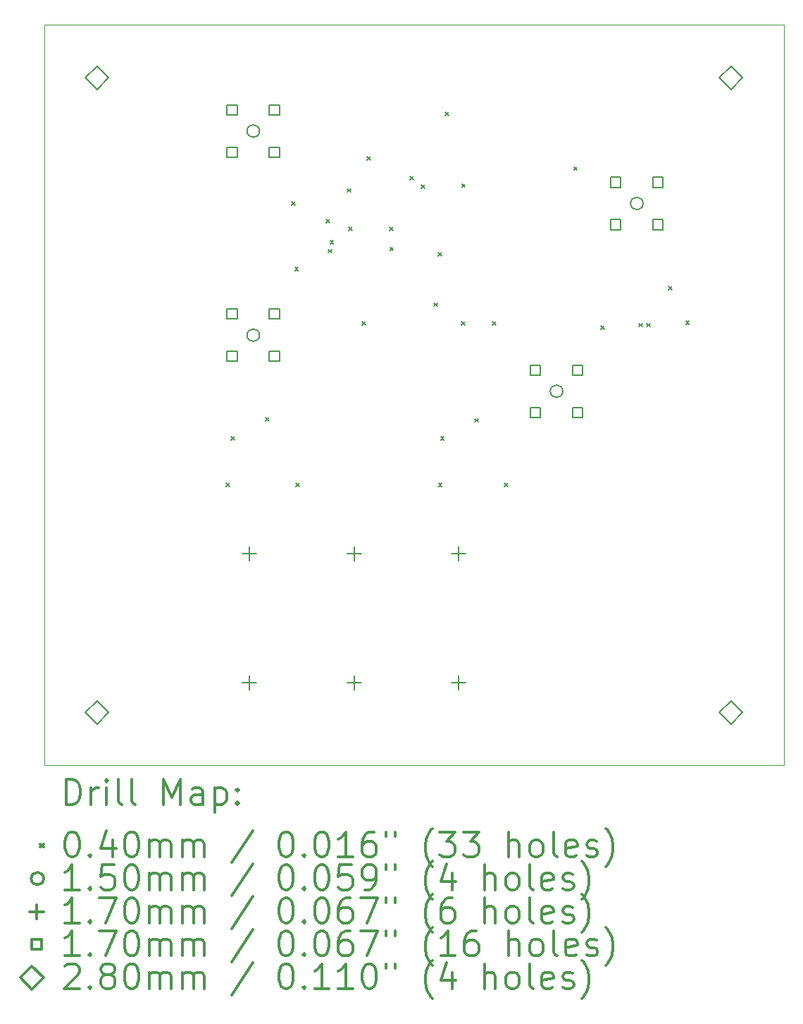
<source format=gbr>
%FSLAX45Y45*%
G04 Gerber Fmt 4.5, Leading zero omitted, Abs format (unit mm)*
G04 Created by KiCad (PCBNEW (2015-06-14 BZR 5747, Git dc9ebf3)-product) date 25/06/2015 14:06:18*
%MOMM*%
G01*
G04 APERTURE LIST*
%ADD10C,0.127000*%
%ADD11C,0.100000*%
%ADD12C,0.200000*%
%ADD13C,0.300000*%
G04 APERTURE END LIST*
D10*
D11*
X-635000Y8255000D02*
X8255000Y8255000D01*
X-635000Y-635000D02*
X-635000Y8255000D01*
X8255000Y-635000D02*
X-635000Y-635000D01*
X8255000Y8255000D02*
X8255000Y-635000D01*
D12*
X1554800Y2750500D02*
X1594800Y2710500D01*
X1594800Y2750500D02*
X1554800Y2710500D01*
X1611950Y3309300D02*
X1651950Y3269300D01*
X1651950Y3309300D02*
X1611950Y3269300D01*
X2031050Y3537900D02*
X2071050Y3497900D01*
X2071050Y3537900D02*
X2031050Y3497900D01*
X2342200Y6128700D02*
X2382200Y6088700D01*
X2382200Y6128700D02*
X2342200Y6088700D01*
X2380300Y5343840D02*
X2420300Y5303840D01*
X2420300Y5343840D02*
X2380300Y5303840D01*
X2393000Y2750500D02*
X2433000Y2710500D01*
X2433000Y2750500D02*
X2393000Y2710500D01*
X2754950Y5919150D02*
X2794950Y5879150D01*
X2794950Y5919150D02*
X2754950Y5879150D01*
X2782890Y5557200D02*
X2822890Y5517200D01*
X2822890Y5557200D02*
X2782890Y5517200D01*
X2803210Y5663880D02*
X2843210Y5623880D01*
X2843210Y5663880D02*
X2803210Y5623880D01*
X3008950Y6286180D02*
X3048950Y6246180D01*
X3048950Y6286180D02*
X3008950Y6246180D01*
X3027492Y5821868D02*
X3067492Y5781868D01*
X3067492Y5821868D02*
X3027492Y5781868D01*
X3186750Y4687250D02*
X3226750Y4647250D01*
X3226750Y4687250D02*
X3186750Y4647250D01*
X3246440Y6673530D02*
X3286440Y6633530D01*
X3286440Y6673530D02*
X3246440Y6633530D01*
X3517712Y5824916D02*
X3557712Y5784916D01*
X3557712Y5824916D02*
X3517712Y5784916D01*
X3523300Y5582600D02*
X3563300Y5542600D01*
X3563300Y5582600D02*
X3523300Y5542600D01*
X3764600Y6433500D02*
X3804600Y6393500D01*
X3804600Y6433500D02*
X3764600Y6393500D01*
X3897950Y6331900D02*
X3937950Y6291900D01*
X3937950Y6331900D02*
X3897950Y6291900D01*
X4052890Y4913310D02*
X4092890Y4873310D01*
X4092890Y4913310D02*
X4052890Y4873310D01*
X4101150Y5519100D02*
X4141150Y5479100D01*
X4141150Y5519100D02*
X4101150Y5479100D01*
X4107500Y2750500D02*
X4147500Y2710500D01*
X4147500Y2750500D02*
X4107500Y2710500D01*
X4132900Y3309300D02*
X4172900Y3269300D01*
X4172900Y3309300D02*
X4132900Y3269300D01*
X4190050Y7201850D02*
X4230050Y7161850D01*
X4230050Y7201850D02*
X4190050Y7161850D01*
X4380550Y4687250D02*
X4420550Y4647250D01*
X4420550Y4687250D02*
X4380550Y4647250D01*
X4386900Y6344600D02*
X4426900Y6304600D01*
X4426900Y6344600D02*
X4386900Y6304600D01*
X4545650Y3525200D02*
X4585650Y3485200D01*
X4585650Y3525200D02*
X4545650Y3485200D01*
X4755200Y4687250D02*
X4795200Y4647250D01*
X4795200Y4687250D02*
X4755200Y4647250D01*
X4901250Y2750500D02*
X4941250Y2710500D01*
X4941250Y2750500D02*
X4901250Y2710500D01*
X5733100Y6547800D02*
X5773100Y6507800D01*
X5773100Y6547800D02*
X5733100Y6507800D01*
X6056950Y4636450D02*
X6096950Y4596450D01*
X6096950Y4636450D02*
X6056950Y4596450D01*
X6514150Y4668200D02*
X6554150Y4628200D01*
X6554150Y4668200D02*
X6514150Y4628200D01*
X6609400Y4668200D02*
X6649400Y4628200D01*
X6649400Y4668200D02*
X6609400Y4628200D01*
X6869750Y5112700D02*
X6909750Y5072700D01*
X6909750Y5112700D02*
X6869750Y5072700D01*
X7079300Y4699950D02*
X7119300Y4659950D01*
X7119300Y4699950D02*
X7079300Y4659950D01*
X1954600Y6978650D02*
G75*
G03X1954600Y6978650I-75000J0D01*
G01*
X1954600Y4527550D02*
G75*
G03X1954600Y4527550I-75000J0D01*
G01*
X5599500Y3854450D02*
G75*
G03X5599500Y3854450I-75000J0D01*
G01*
X6564700Y6108700D02*
G75*
G03X6564700Y6108700I-75000J0D01*
G01*
X1835150Y1990563D02*
X1835150Y1820637D01*
X1750187Y1905600D02*
X1920113Y1905600D01*
X1835150Y440563D02*
X1835150Y270637D01*
X1750187Y355600D02*
X1920113Y355600D01*
X3092450Y1990563D02*
X3092450Y1820637D01*
X3007487Y1905600D02*
X3177413Y1905600D01*
X3092450Y440563D02*
X3092450Y270637D01*
X3007487Y355600D02*
X3177413Y355600D01*
X4349750Y1990563D02*
X4349750Y1820637D01*
X4264787Y1905600D02*
X4434713Y1905600D01*
X4349750Y440563D02*
X4349750Y270637D01*
X4264787Y355600D02*
X4434713Y355600D01*
X1685705Y7172545D02*
X1685705Y7292755D01*
X1565495Y7292755D01*
X1565495Y7172545D01*
X1685705Y7172545D01*
X1685705Y6664545D02*
X1685705Y6784755D01*
X1565495Y6784755D01*
X1565495Y6664545D01*
X1685705Y6664545D01*
X1685705Y4721445D02*
X1685705Y4841655D01*
X1565495Y4841655D01*
X1565495Y4721445D01*
X1685705Y4721445D01*
X1685705Y4213445D02*
X1685705Y4333655D01*
X1565495Y4333655D01*
X1565495Y4213445D01*
X1685705Y4213445D01*
X2193705Y7172545D02*
X2193705Y7292755D01*
X2073495Y7292755D01*
X2073495Y7172545D01*
X2193705Y7172545D01*
X2193705Y6664545D02*
X2193705Y6784755D01*
X2073495Y6784755D01*
X2073495Y6664545D01*
X2193705Y6664545D01*
X2193705Y4721445D02*
X2193705Y4841655D01*
X2073495Y4841655D01*
X2073495Y4721445D01*
X2193705Y4721445D01*
X2193705Y4213445D02*
X2193705Y4333655D01*
X2073495Y4333655D01*
X2073495Y4213445D01*
X2193705Y4213445D01*
X5330605Y4048345D02*
X5330605Y4168555D01*
X5210395Y4168555D01*
X5210395Y4048345D01*
X5330605Y4048345D01*
X5330605Y3540345D02*
X5330605Y3660555D01*
X5210395Y3660555D01*
X5210395Y3540345D01*
X5330605Y3540345D01*
X5838605Y4048345D02*
X5838605Y4168555D01*
X5718395Y4168555D01*
X5718395Y4048345D01*
X5838605Y4048345D01*
X5838605Y3540345D02*
X5838605Y3660555D01*
X5718395Y3660555D01*
X5718395Y3540345D01*
X5838605Y3540345D01*
X6295805Y6302595D02*
X6295805Y6422805D01*
X6175595Y6422805D01*
X6175595Y6302595D01*
X6295805Y6302595D01*
X6295805Y5794595D02*
X6295805Y5914805D01*
X6175595Y5914805D01*
X6175595Y5794595D01*
X6295805Y5794595D01*
X6803805Y6302595D02*
X6803805Y6422805D01*
X6683595Y6422805D01*
X6683595Y6302595D01*
X6803805Y6302595D01*
X6803805Y5794595D02*
X6803805Y5914805D01*
X6683595Y5914805D01*
X6683595Y5794595D01*
X6803805Y5794595D01*
X0Y7480046D02*
X139954Y7620000D01*
X0Y7759954D01*
X-139954Y7620000D01*
X0Y7480046D01*
X0Y-139954D02*
X139954Y0D01*
X0Y139954D01*
X-139954Y0D01*
X0Y-139954D01*
X7620000Y7480046D02*
X7759954Y7620000D01*
X7620000Y7759954D01*
X7480046Y7620000D01*
X7620000Y7480046D01*
X7620000Y-139954D02*
X7759954Y0D01*
X7620000Y139954D01*
X7480046Y0D01*
X7620000Y-139954D01*
D13*
X-368571Y-1105714D02*
X-368571Y-805714D01*
X-297143Y-805714D01*
X-254286Y-820000D01*
X-225714Y-848571D01*
X-211429Y-877143D01*
X-197143Y-934286D01*
X-197143Y-977143D01*
X-211429Y-1034286D01*
X-225714Y-1062857D01*
X-254286Y-1091429D01*
X-297143Y-1105714D01*
X-368571Y-1105714D01*
X-68572Y-1105714D02*
X-68572Y-905714D01*
X-68572Y-962857D02*
X-54286Y-934286D01*
X-40000Y-920000D01*
X-11429Y-905714D01*
X17143Y-905714D01*
X117143Y-1105714D02*
X117143Y-905714D01*
X117143Y-805714D02*
X102857Y-820000D01*
X117143Y-834286D01*
X131429Y-820000D01*
X117143Y-805714D01*
X117143Y-834286D01*
X302857Y-1105714D02*
X274286Y-1091429D01*
X260000Y-1062857D01*
X260000Y-805714D01*
X460000Y-1105714D02*
X431428Y-1091429D01*
X417143Y-1062857D01*
X417143Y-805714D01*
X802857Y-1105714D02*
X802857Y-805714D01*
X902857Y-1020000D01*
X1002857Y-805714D01*
X1002857Y-1105714D01*
X1274286Y-1105714D02*
X1274286Y-948571D01*
X1260000Y-920000D01*
X1231429Y-905714D01*
X1174286Y-905714D01*
X1145714Y-920000D01*
X1274286Y-1091429D02*
X1245714Y-1105714D01*
X1174286Y-1105714D01*
X1145714Y-1091429D01*
X1131429Y-1062857D01*
X1131429Y-1034286D01*
X1145714Y-1005714D01*
X1174286Y-991429D01*
X1245714Y-991429D01*
X1274286Y-977143D01*
X1417143Y-905714D02*
X1417143Y-1205714D01*
X1417143Y-920000D02*
X1445714Y-905714D01*
X1502857Y-905714D01*
X1531428Y-920000D01*
X1545714Y-934286D01*
X1560000Y-962857D01*
X1560000Y-1048571D01*
X1545714Y-1077143D01*
X1531428Y-1091429D01*
X1502857Y-1105714D01*
X1445714Y-1105714D01*
X1417143Y-1091429D01*
X1688571Y-1077143D02*
X1702857Y-1091429D01*
X1688571Y-1105714D01*
X1674286Y-1091429D01*
X1688571Y-1077143D01*
X1688571Y-1105714D01*
X1688571Y-920000D02*
X1702857Y-934286D01*
X1688571Y-948571D01*
X1674286Y-934286D01*
X1688571Y-920000D01*
X1688571Y-948571D01*
X-680000Y-1580000D02*
X-640000Y-1620000D01*
X-640000Y-1580000D02*
X-680000Y-1620000D01*
X-311429Y-1435714D02*
X-282857Y-1435714D01*
X-254286Y-1450000D01*
X-240000Y-1464286D01*
X-225714Y-1492857D01*
X-211429Y-1550000D01*
X-211429Y-1621429D01*
X-225714Y-1678571D01*
X-240000Y-1707143D01*
X-254286Y-1721429D01*
X-282857Y-1735714D01*
X-311429Y-1735714D01*
X-340000Y-1721429D01*
X-354286Y-1707143D01*
X-368571Y-1678571D01*
X-382857Y-1621429D01*
X-382857Y-1550000D01*
X-368571Y-1492857D01*
X-354286Y-1464286D01*
X-340000Y-1450000D01*
X-311429Y-1435714D01*
X-82857Y-1707143D02*
X-68572Y-1721429D01*
X-82857Y-1735714D01*
X-97143Y-1721429D01*
X-82857Y-1707143D01*
X-82857Y-1735714D01*
X188571Y-1535714D02*
X188571Y-1735714D01*
X117143Y-1421429D02*
X45714Y-1635714D01*
X231428Y-1635714D01*
X402857Y-1435714D02*
X431428Y-1435714D01*
X460000Y-1450000D01*
X474286Y-1464286D01*
X488571Y-1492857D01*
X502857Y-1550000D01*
X502857Y-1621429D01*
X488571Y-1678571D01*
X474286Y-1707143D01*
X460000Y-1721429D01*
X431428Y-1735714D01*
X402857Y-1735714D01*
X374286Y-1721429D01*
X360000Y-1707143D01*
X345714Y-1678571D01*
X331429Y-1621429D01*
X331429Y-1550000D01*
X345714Y-1492857D01*
X360000Y-1464286D01*
X374286Y-1450000D01*
X402857Y-1435714D01*
X631429Y-1735714D02*
X631429Y-1535714D01*
X631429Y-1564286D02*
X645714Y-1550000D01*
X674286Y-1535714D01*
X717143Y-1535714D01*
X745714Y-1550000D01*
X760000Y-1578571D01*
X760000Y-1735714D01*
X760000Y-1578571D02*
X774286Y-1550000D01*
X802857Y-1535714D01*
X845714Y-1535714D01*
X874286Y-1550000D01*
X888571Y-1578571D01*
X888571Y-1735714D01*
X1031428Y-1735714D02*
X1031428Y-1535714D01*
X1031428Y-1564286D02*
X1045714Y-1550000D01*
X1074286Y-1535714D01*
X1117143Y-1535714D01*
X1145714Y-1550000D01*
X1160000Y-1578571D01*
X1160000Y-1735714D01*
X1160000Y-1578571D02*
X1174286Y-1550000D01*
X1202857Y-1535714D01*
X1245714Y-1535714D01*
X1274286Y-1550000D01*
X1288571Y-1578571D01*
X1288571Y-1735714D01*
X1874286Y-1421429D02*
X1617143Y-1807143D01*
X2260000Y-1435714D02*
X2288571Y-1435714D01*
X2317143Y-1450000D01*
X2331428Y-1464286D01*
X2345714Y-1492857D01*
X2360000Y-1550000D01*
X2360000Y-1621429D01*
X2345714Y-1678571D01*
X2331428Y-1707143D01*
X2317143Y-1721429D01*
X2288571Y-1735714D01*
X2260000Y-1735714D01*
X2231428Y-1721429D01*
X2217143Y-1707143D01*
X2202857Y-1678571D01*
X2188571Y-1621429D01*
X2188571Y-1550000D01*
X2202857Y-1492857D01*
X2217143Y-1464286D01*
X2231428Y-1450000D01*
X2260000Y-1435714D01*
X2488571Y-1707143D02*
X2502857Y-1721429D01*
X2488571Y-1735714D01*
X2474286Y-1721429D01*
X2488571Y-1707143D01*
X2488571Y-1735714D01*
X2688571Y-1435714D02*
X2717143Y-1435714D01*
X2745714Y-1450000D01*
X2760000Y-1464286D01*
X2774286Y-1492857D01*
X2788571Y-1550000D01*
X2788571Y-1621429D01*
X2774286Y-1678571D01*
X2760000Y-1707143D01*
X2745714Y-1721429D01*
X2717143Y-1735714D01*
X2688571Y-1735714D01*
X2660000Y-1721429D01*
X2645714Y-1707143D01*
X2631428Y-1678571D01*
X2617143Y-1621429D01*
X2617143Y-1550000D01*
X2631428Y-1492857D01*
X2645714Y-1464286D01*
X2660000Y-1450000D01*
X2688571Y-1435714D01*
X3074285Y-1735714D02*
X2902857Y-1735714D01*
X2988571Y-1735714D02*
X2988571Y-1435714D01*
X2960000Y-1478571D01*
X2931428Y-1507143D01*
X2902857Y-1521429D01*
X3331428Y-1435714D02*
X3274285Y-1435714D01*
X3245714Y-1450000D01*
X3231428Y-1464286D01*
X3202857Y-1507143D01*
X3188571Y-1564286D01*
X3188571Y-1678571D01*
X3202857Y-1707143D01*
X3217143Y-1721429D01*
X3245714Y-1735714D01*
X3302857Y-1735714D01*
X3331428Y-1721429D01*
X3345714Y-1707143D01*
X3360000Y-1678571D01*
X3360000Y-1607143D01*
X3345714Y-1578571D01*
X3331428Y-1564286D01*
X3302857Y-1550000D01*
X3245714Y-1550000D01*
X3217143Y-1564286D01*
X3202857Y-1578571D01*
X3188571Y-1607143D01*
X3474286Y-1435714D02*
X3474286Y-1492857D01*
X3588571Y-1435714D02*
X3588571Y-1492857D01*
X4031428Y-1850000D02*
X4017143Y-1835714D01*
X3988571Y-1792857D01*
X3974285Y-1764286D01*
X3960000Y-1721429D01*
X3945714Y-1650000D01*
X3945714Y-1592857D01*
X3960000Y-1521429D01*
X3974285Y-1478571D01*
X3988571Y-1450000D01*
X4017143Y-1407143D01*
X4031428Y-1392857D01*
X4117143Y-1435714D02*
X4302857Y-1435714D01*
X4202857Y-1550000D01*
X4245714Y-1550000D01*
X4274286Y-1564286D01*
X4288571Y-1578571D01*
X4302857Y-1607143D01*
X4302857Y-1678571D01*
X4288571Y-1707143D01*
X4274286Y-1721429D01*
X4245714Y-1735714D01*
X4160000Y-1735714D01*
X4131428Y-1721429D01*
X4117143Y-1707143D01*
X4402857Y-1435714D02*
X4588571Y-1435714D01*
X4488571Y-1550000D01*
X4531428Y-1550000D01*
X4560000Y-1564286D01*
X4574286Y-1578571D01*
X4588571Y-1607143D01*
X4588571Y-1678571D01*
X4574286Y-1707143D01*
X4560000Y-1721429D01*
X4531428Y-1735714D01*
X4445714Y-1735714D01*
X4417143Y-1721429D01*
X4402857Y-1707143D01*
X4945714Y-1735714D02*
X4945714Y-1435714D01*
X5074286Y-1735714D02*
X5074286Y-1578571D01*
X5060000Y-1550000D01*
X5031428Y-1535714D01*
X4988571Y-1535714D01*
X4960000Y-1550000D01*
X4945714Y-1564286D01*
X5260000Y-1735714D02*
X5231428Y-1721429D01*
X5217143Y-1707143D01*
X5202857Y-1678571D01*
X5202857Y-1592857D01*
X5217143Y-1564286D01*
X5231428Y-1550000D01*
X5260000Y-1535714D01*
X5302857Y-1535714D01*
X5331428Y-1550000D01*
X5345714Y-1564286D01*
X5360000Y-1592857D01*
X5360000Y-1678571D01*
X5345714Y-1707143D01*
X5331428Y-1721429D01*
X5302857Y-1735714D01*
X5260000Y-1735714D01*
X5531428Y-1735714D02*
X5502857Y-1721429D01*
X5488571Y-1692857D01*
X5488571Y-1435714D01*
X5760000Y-1721429D02*
X5731428Y-1735714D01*
X5674286Y-1735714D01*
X5645714Y-1721429D01*
X5631428Y-1692857D01*
X5631428Y-1578571D01*
X5645714Y-1550000D01*
X5674286Y-1535714D01*
X5731428Y-1535714D01*
X5760000Y-1550000D01*
X5774286Y-1578571D01*
X5774286Y-1607143D01*
X5631428Y-1635714D01*
X5888571Y-1721429D02*
X5917143Y-1735714D01*
X5974286Y-1735714D01*
X6002857Y-1721429D01*
X6017143Y-1692857D01*
X6017143Y-1678571D01*
X6002857Y-1650000D01*
X5974286Y-1635714D01*
X5931428Y-1635714D01*
X5902857Y-1621429D01*
X5888571Y-1592857D01*
X5888571Y-1578571D01*
X5902857Y-1550000D01*
X5931428Y-1535714D01*
X5974286Y-1535714D01*
X6002857Y-1550000D01*
X6117143Y-1850000D02*
X6131428Y-1835714D01*
X6160000Y-1792857D01*
X6174286Y-1764286D01*
X6188571Y-1721429D01*
X6202857Y-1650000D01*
X6202857Y-1592857D01*
X6188571Y-1521429D01*
X6174286Y-1478571D01*
X6160000Y-1450000D01*
X6131428Y-1407143D01*
X6117143Y-1392857D01*
X-640000Y-1996000D02*
G75*
G03X-640000Y-1996000I-75000J0D01*
G01*
X-211429Y-2131714D02*
X-382857Y-2131714D01*
X-297143Y-2131714D02*
X-297143Y-1831714D01*
X-325714Y-1874571D01*
X-354286Y-1903143D01*
X-382857Y-1917429D01*
X-82857Y-2103143D02*
X-68572Y-2117429D01*
X-82857Y-2131714D01*
X-97143Y-2117429D01*
X-82857Y-2103143D01*
X-82857Y-2131714D01*
X202857Y-1831714D02*
X60000Y-1831714D01*
X45714Y-1974571D01*
X60000Y-1960286D01*
X88571Y-1946000D01*
X160000Y-1946000D01*
X188571Y-1960286D01*
X202857Y-1974571D01*
X217143Y-2003143D01*
X217143Y-2074571D01*
X202857Y-2103143D01*
X188571Y-2117429D01*
X160000Y-2131714D01*
X88571Y-2131714D01*
X60000Y-2117429D01*
X45714Y-2103143D01*
X402857Y-1831714D02*
X431428Y-1831714D01*
X460000Y-1846000D01*
X474286Y-1860286D01*
X488571Y-1888857D01*
X502857Y-1946000D01*
X502857Y-2017429D01*
X488571Y-2074571D01*
X474286Y-2103143D01*
X460000Y-2117429D01*
X431428Y-2131714D01*
X402857Y-2131714D01*
X374286Y-2117429D01*
X360000Y-2103143D01*
X345714Y-2074571D01*
X331429Y-2017429D01*
X331429Y-1946000D01*
X345714Y-1888857D01*
X360000Y-1860286D01*
X374286Y-1846000D01*
X402857Y-1831714D01*
X631429Y-2131714D02*
X631429Y-1931714D01*
X631429Y-1960286D02*
X645714Y-1946000D01*
X674286Y-1931714D01*
X717143Y-1931714D01*
X745714Y-1946000D01*
X760000Y-1974571D01*
X760000Y-2131714D01*
X760000Y-1974571D02*
X774286Y-1946000D01*
X802857Y-1931714D01*
X845714Y-1931714D01*
X874286Y-1946000D01*
X888571Y-1974571D01*
X888571Y-2131714D01*
X1031428Y-2131714D02*
X1031428Y-1931714D01*
X1031428Y-1960286D02*
X1045714Y-1946000D01*
X1074286Y-1931714D01*
X1117143Y-1931714D01*
X1145714Y-1946000D01*
X1160000Y-1974571D01*
X1160000Y-2131714D01*
X1160000Y-1974571D02*
X1174286Y-1946000D01*
X1202857Y-1931714D01*
X1245714Y-1931714D01*
X1274286Y-1946000D01*
X1288571Y-1974571D01*
X1288571Y-2131714D01*
X1874286Y-1817429D02*
X1617143Y-2203143D01*
X2260000Y-1831714D02*
X2288571Y-1831714D01*
X2317143Y-1846000D01*
X2331428Y-1860286D01*
X2345714Y-1888857D01*
X2360000Y-1946000D01*
X2360000Y-2017429D01*
X2345714Y-2074571D01*
X2331428Y-2103143D01*
X2317143Y-2117429D01*
X2288571Y-2131714D01*
X2260000Y-2131714D01*
X2231428Y-2117429D01*
X2217143Y-2103143D01*
X2202857Y-2074571D01*
X2188571Y-2017429D01*
X2188571Y-1946000D01*
X2202857Y-1888857D01*
X2217143Y-1860286D01*
X2231428Y-1846000D01*
X2260000Y-1831714D01*
X2488571Y-2103143D02*
X2502857Y-2117429D01*
X2488571Y-2131714D01*
X2474286Y-2117429D01*
X2488571Y-2103143D01*
X2488571Y-2131714D01*
X2688571Y-1831714D02*
X2717143Y-1831714D01*
X2745714Y-1846000D01*
X2760000Y-1860286D01*
X2774286Y-1888857D01*
X2788571Y-1946000D01*
X2788571Y-2017429D01*
X2774286Y-2074571D01*
X2760000Y-2103143D01*
X2745714Y-2117429D01*
X2717143Y-2131714D01*
X2688571Y-2131714D01*
X2660000Y-2117429D01*
X2645714Y-2103143D01*
X2631428Y-2074571D01*
X2617143Y-2017429D01*
X2617143Y-1946000D01*
X2631428Y-1888857D01*
X2645714Y-1860286D01*
X2660000Y-1846000D01*
X2688571Y-1831714D01*
X3060000Y-1831714D02*
X2917143Y-1831714D01*
X2902857Y-1974571D01*
X2917143Y-1960286D01*
X2945714Y-1946000D01*
X3017143Y-1946000D01*
X3045714Y-1960286D01*
X3060000Y-1974571D01*
X3074285Y-2003143D01*
X3074285Y-2074571D01*
X3060000Y-2103143D01*
X3045714Y-2117429D01*
X3017143Y-2131714D01*
X2945714Y-2131714D01*
X2917143Y-2117429D01*
X2902857Y-2103143D01*
X3217143Y-2131714D02*
X3274285Y-2131714D01*
X3302857Y-2117429D01*
X3317143Y-2103143D01*
X3345714Y-2060286D01*
X3360000Y-2003143D01*
X3360000Y-1888857D01*
X3345714Y-1860286D01*
X3331428Y-1846000D01*
X3302857Y-1831714D01*
X3245714Y-1831714D01*
X3217143Y-1846000D01*
X3202857Y-1860286D01*
X3188571Y-1888857D01*
X3188571Y-1960286D01*
X3202857Y-1988857D01*
X3217143Y-2003143D01*
X3245714Y-2017429D01*
X3302857Y-2017429D01*
X3331428Y-2003143D01*
X3345714Y-1988857D01*
X3360000Y-1960286D01*
X3474286Y-1831714D02*
X3474286Y-1888857D01*
X3588571Y-1831714D02*
X3588571Y-1888857D01*
X4031428Y-2246000D02*
X4017143Y-2231714D01*
X3988571Y-2188857D01*
X3974285Y-2160286D01*
X3960000Y-2117429D01*
X3945714Y-2046000D01*
X3945714Y-1988857D01*
X3960000Y-1917429D01*
X3974285Y-1874571D01*
X3988571Y-1846000D01*
X4017143Y-1803143D01*
X4031428Y-1788857D01*
X4274286Y-1931714D02*
X4274286Y-2131714D01*
X4202857Y-1817429D02*
X4131428Y-2031714D01*
X4317143Y-2031714D01*
X4660000Y-2131714D02*
X4660000Y-1831714D01*
X4788571Y-2131714D02*
X4788571Y-1974571D01*
X4774286Y-1946000D01*
X4745714Y-1931714D01*
X4702857Y-1931714D01*
X4674286Y-1946000D01*
X4660000Y-1960286D01*
X4974286Y-2131714D02*
X4945714Y-2117429D01*
X4931428Y-2103143D01*
X4917143Y-2074571D01*
X4917143Y-1988857D01*
X4931428Y-1960286D01*
X4945714Y-1946000D01*
X4974286Y-1931714D01*
X5017143Y-1931714D01*
X5045714Y-1946000D01*
X5060000Y-1960286D01*
X5074286Y-1988857D01*
X5074286Y-2074571D01*
X5060000Y-2103143D01*
X5045714Y-2117429D01*
X5017143Y-2131714D01*
X4974286Y-2131714D01*
X5245714Y-2131714D02*
X5217143Y-2117429D01*
X5202857Y-2088857D01*
X5202857Y-1831714D01*
X5474286Y-2117429D02*
X5445714Y-2131714D01*
X5388571Y-2131714D01*
X5360000Y-2117429D01*
X5345714Y-2088857D01*
X5345714Y-1974571D01*
X5360000Y-1946000D01*
X5388571Y-1931714D01*
X5445714Y-1931714D01*
X5474286Y-1946000D01*
X5488571Y-1974571D01*
X5488571Y-2003143D01*
X5345714Y-2031714D01*
X5602857Y-2117429D02*
X5631428Y-2131714D01*
X5688571Y-2131714D01*
X5717143Y-2117429D01*
X5731428Y-2088857D01*
X5731428Y-2074571D01*
X5717143Y-2046000D01*
X5688571Y-2031714D01*
X5645714Y-2031714D01*
X5617143Y-2017429D01*
X5602857Y-1988857D01*
X5602857Y-1974571D01*
X5617143Y-1946000D01*
X5645714Y-1931714D01*
X5688571Y-1931714D01*
X5717143Y-1946000D01*
X5831428Y-2246000D02*
X5845714Y-2231714D01*
X5874286Y-2188857D01*
X5888571Y-2160286D01*
X5902857Y-2117429D01*
X5917143Y-2046000D01*
X5917143Y-1988857D01*
X5902857Y-1917429D01*
X5888571Y-1874571D01*
X5874286Y-1846000D01*
X5845714Y-1803143D01*
X5831428Y-1788857D01*
X-724963Y-2307037D02*
X-724963Y-2476963D01*
X-809926Y-2392000D02*
X-640000Y-2392000D01*
X-211429Y-2527714D02*
X-382857Y-2527714D01*
X-297143Y-2527714D02*
X-297143Y-2227714D01*
X-325714Y-2270572D01*
X-354286Y-2299143D01*
X-382857Y-2313429D01*
X-82857Y-2499143D02*
X-68572Y-2513429D01*
X-82857Y-2527714D01*
X-97143Y-2513429D01*
X-82857Y-2499143D01*
X-82857Y-2527714D01*
X31428Y-2227714D02*
X231428Y-2227714D01*
X102857Y-2527714D01*
X402857Y-2227714D02*
X431428Y-2227714D01*
X460000Y-2242000D01*
X474286Y-2256286D01*
X488571Y-2284857D01*
X502857Y-2342000D01*
X502857Y-2413429D01*
X488571Y-2470572D01*
X474286Y-2499143D01*
X460000Y-2513429D01*
X431428Y-2527714D01*
X402857Y-2527714D01*
X374286Y-2513429D01*
X360000Y-2499143D01*
X345714Y-2470572D01*
X331429Y-2413429D01*
X331429Y-2342000D01*
X345714Y-2284857D01*
X360000Y-2256286D01*
X374286Y-2242000D01*
X402857Y-2227714D01*
X631429Y-2527714D02*
X631429Y-2327714D01*
X631429Y-2356286D02*
X645714Y-2342000D01*
X674286Y-2327714D01*
X717143Y-2327714D01*
X745714Y-2342000D01*
X760000Y-2370572D01*
X760000Y-2527714D01*
X760000Y-2370572D02*
X774286Y-2342000D01*
X802857Y-2327714D01*
X845714Y-2327714D01*
X874286Y-2342000D01*
X888571Y-2370572D01*
X888571Y-2527714D01*
X1031428Y-2527714D02*
X1031428Y-2327714D01*
X1031428Y-2356286D02*
X1045714Y-2342000D01*
X1074286Y-2327714D01*
X1117143Y-2327714D01*
X1145714Y-2342000D01*
X1160000Y-2370572D01*
X1160000Y-2527714D01*
X1160000Y-2370572D02*
X1174286Y-2342000D01*
X1202857Y-2327714D01*
X1245714Y-2327714D01*
X1274286Y-2342000D01*
X1288571Y-2370572D01*
X1288571Y-2527714D01*
X1874286Y-2213429D02*
X1617143Y-2599143D01*
X2260000Y-2227714D02*
X2288571Y-2227714D01*
X2317143Y-2242000D01*
X2331428Y-2256286D01*
X2345714Y-2284857D01*
X2360000Y-2342000D01*
X2360000Y-2413429D01*
X2345714Y-2470572D01*
X2331428Y-2499143D01*
X2317143Y-2513429D01*
X2288571Y-2527714D01*
X2260000Y-2527714D01*
X2231428Y-2513429D01*
X2217143Y-2499143D01*
X2202857Y-2470572D01*
X2188571Y-2413429D01*
X2188571Y-2342000D01*
X2202857Y-2284857D01*
X2217143Y-2256286D01*
X2231428Y-2242000D01*
X2260000Y-2227714D01*
X2488571Y-2499143D02*
X2502857Y-2513429D01*
X2488571Y-2527714D01*
X2474286Y-2513429D01*
X2488571Y-2499143D01*
X2488571Y-2527714D01*
X2688571Y-2227714D02*
X2717143Y-2227714D01*
X2745714Y-2242000D01*
X2760000Y-2256286D01*
X2774286Y-2284857D01*
X2788571Y-2342000D01*
X2788571Y-2413429D01*
X2774286Y-2470572D01*
X2760000Y-2499143D01*
X2745714Y-2513429D01*
X2717143Y-2527714D01*
X2688571Y-2527714D01*
X2660000Y-2513429D01*
X2645714Y-2499143D01*
X2631428Y-2470572D01*
X2617143Y-2413429D01*
X2617143Y-2342000D01*
X2631428Y-2284857D01*
X2645714Y-2256286D01*
X2660000Y-2242000D01*
X2688571Y-2227714D01*
X3045714Y-2227714D02*
X2988571Y-2227714D01*
X2960000Y-2242000D01*
X2945714Y-2256286D01*
X2917143Y-2299143D01*
X2902857Y-2356286D01*
X2902857Y-2470572D01*
X2917143Y-2499143D01*
X2931428Y-2513429D01*
X2960000Y-2527714D01*
X3017143Y-2527714D01*
X3045714Y-2513429D01*
X3060000Y-2499143D01*
X3074285Y-2470572D01*
X3074285Y-2399143D01*
X3060000Y-2370572D01*
X3045714Y-2356286D01*
X3017143Y-2342000D01*
X2960000Y-2342000D01*
X2931428Y-2356286D01*
X2917143Y-2370572D01*
X2902857Y-2399143D01*
X3174285Y-2227714D02*
X3374285Y-2227714D01*
X3245714Y-2527714D01*
X3474286Y-2227714D02*
X3474286Y-2284857D01*
X3588571Y-2227714D02*
X3588571Y-2284857D01*
X4031428Y-2642000D02*
X4017143Y-2627714D01*
X3988571Y-2584857D01*
X3974285Y-2556286D01*
X3960000Y-2513429D01*
X3945714Y-2442000D01*
X3945714Y-2384857D01*
X3960000Y-2313429D01*
X3974285Y-2270572D01*
X3988571Y-2242000D01*
X4017143Y-2199143D01*
X4031428Y-2184857D01*
X4274286Y-2227714D02*
X4217143Y-2227714D01*
X4188571Y-2242000D01*
X4174285Y-2256286D01*
X4145714Y-2299143D01*
X4131428Y-2356286D01*
X4131428Y-2470572D01*
X4145714Y-2499143D01*
X4160000Y-2513429D01*
X4188571Y-2527714D01*
X4245714Y-2527714D01*
X4274286Y-2513429D01*
X4288571Y-2499143D01*
X4302857Y-2470572D01*
X4302857Y-2399143D01*
X4288571Y-2370572D01*
X4274286Y-2356286D01*
X4245714Y-2342000D01*
X4188571Y-2342000D01*
X4160000Y-2356286D01*
X4145714Y-2370572D01*
X4131428Y-2399143D01*
X4660000Y-2527714D02*
X4660000Y-2227714D01*
X4788571Y-2527714D02*
X4788571Y-2370572D01*
X4774286Y-2342000D01*
X4745714Y-2327714D01*
X4702857Y-2327714D01*
X4674286Y-2342000D01*
X4660000Y-2356286D01*
X4974286Y-2527714D02*
X4945714Y-2513429D01*
X4931428Y-2499143D01*
X4917143Y-2470572D01*
X4917143Y-2384857D01*
X4931428Y-2356286D01*
X4945714Y-2342000D01*
X4974286Y-2327714D01*
X5017143Y-2327714D01*
X5045714Y-2342000D01*
X5060000Y-2356286D01*
X5074286Y-2384857D01*
X5074286Y-2470572D01*
X5060000Y-2499143D01*
X5045714Y-2513429D01*
X5017143Y-2527714D01*
X4974286Y-2527714D01*
X5245714Y-2527714D02*
X5217143Y-2513429D01*
X5202857Y-2484857D01*
X5202857Y-2227714D01*
X5474286Y-2513429D02*
X5445714Y-2527714D01*
X5388571Y-2527714D01*
X5360000Y-2513429D01*
X5345714Y-2484857D01*
X5345714Y-2370572D01*
X5360000Y-2342000D01*
X5388571Y-2327714D01*
X5445714Y-2327714D01*
X5474286Y-2342000D01*
X5488571Y-2370572D01*
X5488571Y-2399143D01*
X5345714Y-2427714D01*
X5602857Y-2513429D02*
X5631428Y-2527714D01*
X5688571Y-2527714D01*
X5717143Y-2513429D01*
X5731428Y-2484857D01*
X5731428Y-2470572D01*
X5717143Y-2442000D01*
X5688571Y-2427714D01*
X5645714Y-2427714D01*
X5617143Y-2413429D01*
X5602857Y-2384857D01*
X5602857Y-2370572D01*
X5617143Y-2342000D01*
X5645714Y-2327714D01*
X5688571Y-2327714D01*
X5717143Y-2342000D01*
X5831428Y-2642000D02*
X5845714Y-2627714D01*
X5874286Y-2584857D01*
X5888571Y-2556286D01*
X5902857Y-2513429D01*
X5917143Y-2442000D01*
X5917143Y-2384857D01*
X5902857Y-2313429D01*
X5888571Y-2270572D01*
X5874286Y-2242000D01*
X5845714Y-2199143D01*
X5831428Y-2184857D01*
X-664895Y-2848105D02*
X-664895Y-2727895D01*
X-785105Y-2727895D01*
X-785105Y-2848105D01*
X-664895Y-2848105D01*
X-211429Y-2923714D02*
X-382857Y-2923714D01*
X-297143Y-2923714D02*
X-297143Y-2623714D01*
X-325714Y-2666572D01*
X-354286Y-2695143D01*
X-382857Y-2709429D01*
X-82857Y-2895143D02*
X-68572Y-2909429D01*
X-82857Y-2923714D01*
X-97143Y-2909429D01*
X-82857Y-2895143D01*
X-82857Y-2923714D01*
X31428Y-2623714D02*
X231428Y-2623714D01*
X102857Y-2923714D01*
X402857Y-2623714D02*
X431428Y-2623714D01*
X460000Y-2638000D01*
X474286Y-2652286D01*
X488571Y-2680857D01*
X502857Y-2738000D01*
X502857Y-2809429D01*
X488571Y-2866571D01*
X474286Y-2895143D01*
X460000Y-2909429D01*
X431428Y-2923714D01*
X402857Y-2923714D01*
X374286Y-2909429D01*
X360000Y-2895143D01*
X345714Y-2866571D01*
X331429Y-2809429D01*
X331429Y-2738000D01*
X345714Y-2680857D01*
X360000Y-2652286D01*
X374286Y-2638000D01*
X402857Y-2623714D01*
X631429Y-2923714D02*
X631429Y-2723714D01*
X631429Y-2752286D02*
X645714Y-2738000D01*
X674286Y-2723714D01*
X717143Y-2723714D01*
X745714Y-2738000D01*
X760000Y-2766572D01*
X760000Y-2923714D01*
X760000Y-2766572D02*
X774286Y-2738000D01*
X802857Y-2723714D01*
X845714Y-2723714D01*
X874286Y-2738000D01*
X888571Y-2766572D01*
X888571Y-2923714D01*
X1031428Y-2923714D02*
X1031428Y-2723714D01*
X1031428Y-2752286D02*
X1045714Y-2738000D01*
X1074286Y-2723714D01*
X1117143Y-2723714D01*
X1145714Y-2738000D01*
X1160000Y-2766572D01*
X1160000Y-2923714D01*
X1160000Y-2766572D02*
X1174286Y-2738000D01*
X1202857Y-2723714D01*
X1245714Y-2723714D01*
X1274286Y-2738000D01*
X1288571Y-2766572D01*
X1288571Y-2923714D01*
X1874286Y-2609429D02*
X1617143Y-2995143D01*
X2260000Y-2623714D02*
X2288571Y-2623714D01*
X2317143Y-2638000D01*
X2331428Y-2652286D01*
X2345714Y-2680857D01*
X2360000Y-2738000D01*
X2360000Y-2809429D01*
X2345714Y-2866571D01*
X2331428Y-2895143D01*
X2317143Y-2909429D01*
X2288571Y-2923714D01*
X2260000Y-2923714D01*
X2231428Y-2909429D01*
X2217143Y-2895143D01*
X2202857Y-2866571D01*
X2188571Y-2809429D01*
X2188571Y-2738000D01*
X2202857Y-2680857D01*
X2217143Y-2652286D01*
X2231428Y-2638000D01*
X2260000Y-2623714D01*
X2488571Y-2895143D02*
X2502857Y-2909429D01*
X2488571Y-2923714D01*
X2474286Y-2909429D01*
X2488571Y-2895143D01*
X2488571Y-2923714D01*
X2688571Y-2623714D02*
X2717143Y-2623714D01*
X2745714Y-2638000D01*
X2760000Y-2652286D01*
X2774286Y-2680857D01*
X2788571Y-2738000D01*
X2788571Y-2809429D01*
X2774286Y-2866571D01*
X2760000Y-2895143D01*
X2745714Y-2909429D01*
X2717143Y-2923714D01*
X2688571Y-2923714D01*
X2660000Y-2909429D01*
X2645714Y-2895143D01*
X2631428Y-2866571D01*
X2617143Y-2809429D01*
X2617143Y-2738000D01*
X2631428Y-2680857D01*
X2645714Y-2652286D01*
X2660000Y-2638000D01*
X2688571Y-2623714D01*
X3045714Y-2623714D02*
X2988571Y-2623714D01*
X2960000Y-2638000D01*
X2945714Y-2652286D01*
X2917143Y-2695143D01*
X2902857Y-2752286D01*
X2902857Y-2866571D01*
X2917143Y-2895143D01*
X2931428Y-2909429D01*
X2960000Y-2923714D01*
X3017143Y-2923714D01*
X3045714Y-2909429D01*
X3060000Y-2895143D01*
X3074285Y-2866571D01*
X3074285Y-2795143D01*
X3060000Y-2766572D01*
X3045714Y-2752286D01*
X3017143Y-2738000D01*
X2960000Y-2738000D01*
X2931428Y-2752286D01*
X2917143Y-2766572D01*
X2902857Y-2795143D01*
X3174285Y-2623714D02*
X3374285Y-2623714D01*
X3245714Y-2923714D01*
X3474286Y-2623714D02*
X3474286Y-2680857D01*
X3588571Y-2623714D02*
X3588571Y-2680857D01*
X4031428Y-3038000D02*
X4017143Y-3023714D01*
X3988571Y-2980857D01*
X3974285Y-2952286D01*
X3960000Y-2909429D01*
X3945714Y-2838000D01*
X3945714Y-2780857D01*
X3960000Y-2709429D01*
X3974285Y-2666572D01*
X3988571Y-2638000D01*
X4017143Y-2595143D01*
X4031428Y-2580857D01*
X4302857Y-2923714D02*
X4131428Y-2923714D01*
X4217143Y-2923714D02*
X4217143Y-2623714D01*
X4188571Y-2666572D01*
X4160000Y-2695143D01*
X4131428Y-2709429D01*
X4560000Y-2623714D02*
X4502857Y-2623714D01*
X4474286Y-2638000D01*
X4460000Y-2652286D01*
X4431428Y-2695143D01*
X4417143Y-2752286D01*
X4417143Y-2866571D01*
X4431428Y-2895143D01*
X4445714Y-2909429D01*
X4474286Y-2923714D01*
X4531428Y-2923714D01*
X4560000Y-2909429D01*
X4574286Y-2895143D01*
X4588571Y-2866571D01*
X4588571Y-2795143D01*
X4574286Y-2766572D01*
X4560000Y-2752286D01*
X4531428Y-2738000D01*
X4474286Y-2738000D01*
X4445714Y-2752286D01*
X4431428Y-2766572D01*
X4417143Y-2795143D01*
X4945714Y-2923714D02*
X4945714Y-2623714D01*
X5074286Y-2923714D02*
X5074286Y-2766572D01*
X5060000Y-2738000D01*
X5031428Y-2723714D01*
X4988571Y-2723714D01*
X4960000Y-2738000D01*
X4945714Y-2752286D01*
X5260000Y-2923714D02*
X5231428Y-2909429D01*
X5217143Y-2895143D01*
X5202857Y-2866571D01*
X5202857Y-2780857D01*
X5217143Y-2752286D01*
X5231428Y-2738000D01*
X5260000Y-2723714D01*
X5302857Y-2723714D01*
X5331428Y-2738000D01*
X5345714Y-2752286D01*
X5360000Y-2780857D01*
X5360000Y-2866571D01*
X5345714Y-2895143D01*
X5331428Y-2909429D01*
X5302857Y-2923714D01*
X5260000Y-2923714D01*
X5531428Y-2923714D02*
X5502857Y-2909429D01*
X5488571Y-2880857D01*
X5488571Y-2623714D01*
X5760000Y-2909429D02*
X5731428Y-2923714D01*
X5674286Y-2923714D01*
X5645714Y-2909429D01*
X5631428Y-2880857D01*
X5631428Y-2766572D01*
X5645714Y-2738000D01*
X5674286Y-2723714D01*
X5731428Y-2723714D01*
X5760000Y-2738000D01*
X5774286Y-2766572D01*
X5774286Y-2795143D01*
X5631428Y-2823714D01*
X5888571Y-2909429D02*
X5917143Y-2923714D01*
X5974286Y-2923714D01*
X6002857Y-2909429D01*
X6017143Y-2880857D01*
X6017143Y-2866571D01*
X6002857Y-2838000D01*
X5974286Y-2823714D01*
X5931428Y-2823714D01*
X5902857Y-2809429D01*
X5888571Y-2780857D01*
X5888571Y-2766572D01*
X5902857Y-2738000D01*
X5931428Y-2723714D01*
X5974286Y-2723714D01*
X6002857Y-2738000D01*
X6117143Y-3038000D02*
X6131428Y-3023714D01*
X6160000Y-2980857D01*
X6174286Y-2952286D01*
X6188571Y-2909429D01*
X6202857Y-2838000D01*
X6202857Y-2780857D01*
X6188571Y-2709429D01*
X6174286Y-2666572D01*
X6160000Y-2638000D01*
X6131428Y-2595143D01*
X6117143Y-2580857D01*
X-779954Y-3323954D02*
X-640000Y-3184000D01*
X-779954Y-3044046D01*
X-919908Y-3184000D01*
X-779954Y-3323954D01*
X-382857Y-3048286D02*
X-368571Y-3034000D01*
X-340000Y-3019714D01*
X-268572Y-3019714D01*
X-240000Y-3034000D01*
X-225714Y-3048286D01*
X-211429Y-3076857D01*
X-211429Y-3105429D01*
X-225714Y-3148286D01*
X-397143Y-3319714D01*
X-211429Y-3319714D01*
X-82857Y-3291143D02*
X-68572Y-3305429D01*
X-82857Y-3319714D01*
X-97143Y-3305429D01*
X-82857Y-3291143D01*
X-82857Y-3319714D01*
X102857Y-3148286D02*
X74286Y-3134000D01*
X60000Y-3119714D01*
X45714Y-3091143D01*
X45714Y-3076857D01*
X60000Y-3048286D01*
X74286Y-3034000D01*
X102857Y-3019714D01*
X160000Y-3019714D01*
X188571Y-3034000D01*
X202857Y-3048286D01*
X217143Y-3076857D01*
X217143Y-3091143D01*
X202857Y-3119714D01*
X188571Y-3134000D01*
X160000Y-3148286D01*
X102857Y-3148286D01*
X74286Y-3162571D01*
X60000Y-3176857D01*
X45714Y-3205429D01*
X45714Y-3262571D01*
X60000Y-3291143D01*
X74286Y-3305429D01*
X102857Y-3319714D01*
X160000Y-3319714D01*
X188571Y-3305429D01*
X202857Y-3291143D01*
X217143Y-3262571D01*
X217143Y-3205429D01*
X202857Y-3176857D01*
X188571Y-3162571D01*
X160000Y-3148286D01*
X402857Y-3019714D02*
X431428Y-3019714D01*
X460000Y-3034000D01*
X474286Y-3048286D01*
X488571Y-3076857D01*
X502857Y-3134000D01*
X502857Y-3205429D01*
X488571Y-3262571D01*
X474286Y-3291143D01*
X460000Y-3305429D01*
X431428Y-3319714D01*
X402857Y-3319714D01*
X374286Y-3305429D01*
X360000Y-3291143D01*
X345714Y-3262571D01*
X331429Y-3205429D01*
X331429Y-3134000D01*
X345714Y-3076857D01*
X360000Y-3048286D01*
X374286Y-3034000D01*
X402857Y-3019714D01*
X631429Y-3319714D02*
X631429Y-3119714D01*
X631429Y-3148286D02*
X645714Y-3134000D01*
X674286Y-3119714D01*
X717143Y-3119714D01*
X745714Y-3134000D01*
X760000Y-3162571D01*
X760000Y-3319714D01*
X760000Y-3162571D02*
X774286Y-3134000D01*
X802857Y-3119714D01*
X845714Y-3119714D01*
X874286Y-3134000D01*
X888571Y-3162571D01*
X888571Y-3319714D01*
X1031428Y-3319714D02*
X1031428Y-3119714D01*
X1031428Y-3148286D02*
X1045714Y-3134000D01*
X1074286Y-3119714D01*
X1117143Y-3119714D01*
X1145714Y-3134000D01*
X1160000Y-3162571D01*
X1160000Y-3319714D01*
X1160000Y-3162571D02*
X1174286Y-3134000D01*
X1202857Y-3119714D01*
X1245714Y-3119714D01*
X1274286Y-3134000D01*
X1288571Y-3162571D01*
X1288571Y-3319714D01*
X1874286Y-3005429D02*
X1617143Y-3391143D01*
X2260000Y-3019714D02*
X2288571Y-3019714D01*
X2317143Y-3034000D01*
X2331428Y-3048286D01*
X2345714Y-3076857D01*
X2360000Y-3134000D01*
X2360000Y-3205429D01*
X2345714Y-3262571D01*
X2331428Y-3291143D01*
X2317143Y-3305429D01*
X2288571Y-3319714D01*
X2260000Y-3319714D01*
X2231428Y-3305429D01*
X2217143Y-3291143D01*
X2202857Y-3262571D01*
X2188571Y-3205429D01*
X2188571Y-3134000D01*
X2202857Y-3076857D01*
X2217143Y-3048286D01*
X2231428Y-3034000D01*
X2260000Y-3019714D01*
X2488571Y-3291143D02*
X2502857Y-3305429D01*
X2488571Y-3319714D01*
X2474286Y-3305429D01*
X2488571Y-3291143D01*
X2488571Y-3319714D01*
X2788571Y-3319714D02*
X2617143Y-3319714D01*
X2702857Y-3319714D02*
X2702857Y-3019714D01*
X2674286Y-3062571D01*
X2645714Y-3091143D01*
X2617143Y-3105429D01*
X3074285Y-3319714D02*
X2902857Y-3319714D01*
X2988571Y-3319714D02*
X2988571Y-3019714D01*
X2960000Y-3062571D01*
X2931428Y-3091143D01*
X2902857Y-3105429D01*
X3260000Y-3019714D02*
X3288571Y-3019714D01*
X3317143Y-3034000D01*
X3331428Y-3048286D01*
X3345714Y-3076857D01*
X3360000Y-3134000D01*
X3360000Y-3205429D01*
X3345714Y-3262571D01*
X3331428Y-3291143D01*
X3317143Y-3305429D01*
X3288571Y-3319714D01*
X3260000Y-3319714D01*
X3231428Y-3305429D01*
X3217143Y-3291143D01*
X3202857Y-3262571D01*
X3188571Y-3205429D01*
X3188571Y-3134000D01*
X3202857Y-3076857D01*
X3217143Y-3048286D01*
X3231428Y-3034000D01*
X3260000Y-3019714D01*
X3474286Y-3019714D02*
X3474286Y-3076857D01*
X3588571Y-3019714D02*
X3588571Y-3076857D01*
X4031428Y-3434000D02*
X4017143Y-3419714D01*
X3988571Y-3376857D01*
X3974285Y-3348286D01*
X3960000Y-3305429D01*
X3945714Y-3234000D01*
X3945714Y-3176857D01*
X3960000Y-3105429D01*
X3974285Y-3062571D01*
X3988571Y-3034000D01*
X4017143Y-2991143D01*
X4031428Y-2976857D01*
X4274286Y-3119714D02*
X4274286Y-3319714D01*
X4202857Y-3005429D02*
X4131428Y-3219714D01*
X4317143Y-3219714D01*
X4660000Y-3319714D02*
X4660000Y-3019714D01*
X4788571Y-3319714D02*
X4788571Y-3162571D01*
X4774286Y-3134000D01*
X4745714Y-3119714D01*
X4702857Y-3119714D01*
X4674286Y-3134000D01*
X4660000Y-3148286D01*
X4974286Y-3319714D02*
X4945714Y-3305429D01*
X4931428Y-3291143D01*
X4917143Y-3262571D01*
X4917143Y-3176857D01*
X4931428Y-3148286D01*
X4945714Y-3134000D01*
X4974286Y-3119714D01*
X5017143Y-3119714D01*
X5045714Y-3134000D01*
X5060000Y-3148286D01*
X5074286Y-3176857D01*
X5074286Y-3262571D01*
X5060000Y-3291143D01*
X5045714Y-3305429D01*
X5017143Y-3319714D01*
X4974286Y-3319714D01*
X5245714Y-3319714D02*
X5217143Y-3305429D01*
X5202857Y-3276857D01*
X5202857Y-3019714D01*
X5474286Y-3305429D02*
X5445714Y-3319714D01*
X5388571Y-3319714D01*
X5360000Y-3305429D01*
X5345714Y-3276857D01*
X5345714Y-3162571D01*
X5360000Y-3134000D01*
X5388571Y-3119714D01*
X5445714Y-3119714D01*
X5474286Y-3134000D01*
X5488571Y-3162571D01*
X5488571Y-3191143D01*
X5345714Y-3219714D01*
X5602857Y-3305429D02*
X5631428Y-3319714D01*
X5688571Y-3319714D01*
X5717143Y-3305429D01*
X5731428Y-3276857D01*
X5731428Y-3262571D01*
X5717143Y-3234000D01*
X5688571Y-3219714D01*
X5645714Y-3219714D01*
X5617143Y-3205429D01*
X5602857Y-3176857D01*
X5602857Y-3162571D01*
X5617143Y-3134000D01*
X5645714Y-3119714D01*
X5688571Y-3119714D01*
X5717143Y-3134000D01*
X5831428Y-3434000D02*
X5845714Y-3419714D01*
X5874286Y-3376857D01*
X5888571Y-3348286D01*
X5902857Y-3305429D01*
X5917143Y-3234000D01*
X5917143Y-3176857D01*
X5902857Y-3105429D01*
X5888571Y-3062571D01*
X5874286Y-3034000D01*
X5845714Y-2991143D01*
X5831428Y-2976857D01*
M02*

</source>
